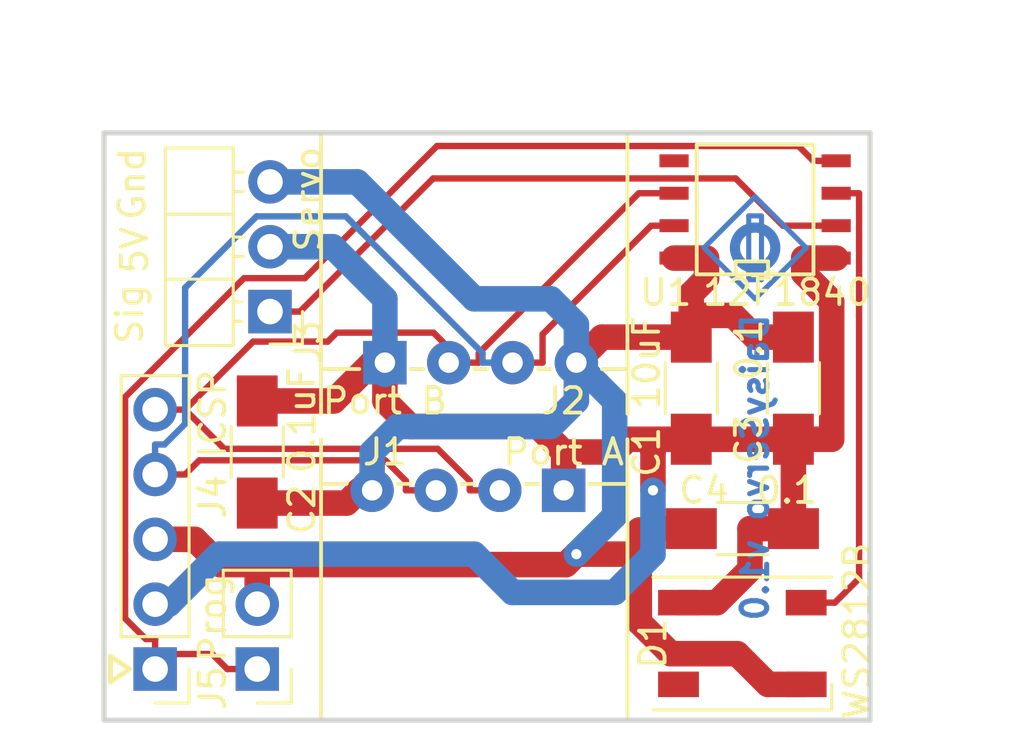
<source format=kicad_pcb>
(kicad_pcb (version 4) (host pcbnew 4.0.7)

  (general
    (links 29)
    (no_connects 0)
    (area 109.724999 81.300001 153.85 110.225001)
    (thickness 1.6)
    (drawings 22)
    (tracks 143)
    (zones 0)
    (modules 11)
    (nets 10)
  )

  (page A4)
  (layers
    (0 F.Cu signal)
    (31 B.Cu signal)
    (32 B.Adhes user hide)
    (33 F.Adhes user hide)
    (34 B.Paste user hide)
    (35 F.Paste user hide)
    (36 B.SilkS user)
    (37 F.SilkS user)
    (38 B.Mask user)
    (39 F.Mask user)
    (40 Dwgs.User user)
    (41 Cmts.User user hide)
    (42 Eco1.User user hide)
    (43 Eco2.User user hide)
    (44 Edge.Cuts user)
    (45 Margin user hide)
    (46 B.CrtYd user hide)
    (47 F.CrtYd user hide)
    (48 B.Fab user hide)
    (49 F.Fab user hide)
  )

  (setup
    (last_trace_width 0.25)
    (trace_clearance 0.2)
    (zone_clearance 0.508)
    (zone_45_only no)
    (trace_min 0.2)
    (segment_width 0.2)
    (edge_width 0.2)
    (via_size 0.6)
    (via_drill 0.4)
    (via_min_size 0.4)
    (via_min_drill 0.3)
    (uvia_size 0.3)
    (uvia_drill 0.1)
    (uvias_allowed no)
    (uvia_min_size 0.2)
    (uvia_min_drill 0.1)
    (pcb_text_width 0.3)
    (pcb_text_size 1.5 1.5)
    (mod_edge_width 0.15)
    (mod_text_size 1 1)
    (mod_text_width 0.15)
    (pad_size 1.524 1.524)
    (pad_drill 0.762)
    (pad_to_mask_clearance 0.2)
    (aux_axis_origin 0 0)
    (visible_elements 7FFFFFFB)
    (pcbplotparams
      (layerselection 0x010f0_80000001)
      (usegerberextensions true)
      (excludeedgelayer true)
      (linewidth 0.100000)
      (plotframeref false)
      (viasonmask false)
      (mode 1)
      (useauxorigin false)
      (hpglpennumber 1)
      (hpglpenspeed 20)
      (hpglpendiameter 15)
      (hpglpenoverlay 2)
      (psnegative false)
      (psa4output false)
      (plotreference true)
      (plotvalue true)
      (plotinvisibletext false)
      (padsonsilk false)
      (subtractmaskfromsilk false)
      (outputformat 1)
      (mirror false)
      (drillshape 0)
      (scaleselection 1)
      (outputdirectory gerber/))
  )

  (net 0 "")
  (net 1 +5V)
  (net 2 GND)
  (net 3 "Net-(D1-Pad2)")
  (net 4 "Net-(D1-Pad4)")
  (net 5 "Net-(J1-Pad2)")
  (net 6 "Net-(J1-Pad3)")
  (net 7 "Net-(J3-Pad1)")
  (net 8 "Net-(J4-Pad1)")
  (net 9 "Net-(U1-Pad5)")

  (net_class Default "This is the default net class."
    (clearance 0.2)
    (trace_width 0.25)
    (via_dia 0.6)
    (via_drill 0.4)
    (uvia_dia 0.3)
    (uvia_drill 0.1)
    (add_net "Net-(D1-Pad2)")
    (add_net "Net-(D1-Pad4)")
    (add_net "Net-(J1-Pad2)")
    (add_net "Net-(J1-Pad3)")
    (add_net "Net-(J3-Pad1)")
    (add_net "Net-(J4-Pad1)")
    (add_net "Net-(U1-Pad5)")
  )

  (net_class Power ""
    (clearance 0.2)
    (trace_width 1)
    (via_dia 0.6)
    (via_drill 0.4)
    (uvia_dia 0.3)
    (uvia_drill 0.1)
    (add_net +5V)
    (add_net GND)
  )

  (module Capacitors_SMD:C_1206_HandSoldering (layer F.Cu) (tedit 5E4C08E0) (tstamp 5E4AABFA)
    (at 137 96 90)
    (descr "Capacitor SMD 1206, hand soldering")
    (tags "capacitor 1206")
    (path /5E4AA241)
    (attr smd)
    (fp_text reference C1 (at -2.5 -1.75 90) (layer F.SilkS)
      (effects (font (size 1 1) (thickness 0.15)))
    )
    (fp_text value 10uF (at 1 -1.75 90) (layer F.SilkS)
      (effects (font (size 1 1) (thickness 0.15)))
    )
    (fp_line (start -1.6 0.8) (end -1.6 -0.8) (layer F.Fab) (width 0.1))
    (fp_line (start 1.6 0.8) (end -1.6 0.8) (layer F.Fab) (width 0.1))
    (fp_line (start 1.6 -0.8) (end 1.6 0.8) (layer F.Fab) (width 0.1))
    (fp_line (start -1.6 -0.8) (end 1.6 -0.8) (layer F.Fab) (width 0.1))
    (fp_line (start 1 -1.02) (end -1 -1.02) (layer F.SilkS) (width 0.12))
    (fp_line (start -1 1.02) (end 1 1.02) (layer F.SilkS) (width 0.12))
    (fp_line (start -3.25 -1.05) (end 3.25 -1.05) (layer F.CrtYd) (width 0.05))
    (fp_line (start -3.25 -1.05) (end -3.25 1.05) (layer F.CrtYd) (width 0.05))
    (fp_line (start 3.25 1.05) (end 3.25 -1.05) (layer F.CrtYd) (width 0.05))
    (fp_line (start 3.25 1.05) (end -3.25 1.05) (layer F.CrtYd) (width 0.05))
    (pad 1 smd rect (at -2 0 90) (size 2 1.6) (layers F.Cu F.Paste F.Mask)
      (net 1 +5V))
    (pad 2 smd rect (at 2 0 90) (size 2 1.6) (layers F.Cu F.Paste F.Mask)
      (net 2 GND))
    (model Capacitors_SMD.3dshapes/C_1206.wrl
      (at (xyz 0 0 0))
      (scale (xyz 1 1 1))
      (rotate (xyz 0 0 0))
    )
  )

  (module Capacitors_SMD:C_1206_HandSoldering (layer F.Cu) (tedit 5E4C06A7) (tstamp 5E4AAC00)
    (at 120 98.5 270)
    (descr "Capacitor SMD 1206, hand soldering")
    (tags "capacitor 1206")
    (path /5E4AA1B8)
    (attr smd)
    (fp_text reference C2 (at 2.25 -1.75 270) (layer F.SilkS)
      (effects (font (size 1 1) (thickness 0.15)))
    )
    (fp_text value 0.1uF (at -1.25 -1.75 270) (layer F.SilkS)
      (effects (font (size 1 1) (thickness 0.15)))
    )
    (fp_line (start -1.6 0.8) (end -1.6 -0.8) (layer F.Fab) (width 0.1))
    (fp_line (start 1.6 0.8) (end -1.6 0.8) (layer F.Fab) (width 0.1))
    (fp_line (start 1.6 -0.8) (end 1.6 0.8) (layer F.Fab) (width 0.1))
    (fp_line (start -1.6 -0.8) (end 1.6 -0.8) (layer F.Fab) (width 0.1))
    (fp_line (start 1 -1.02) (end -1 -1.02) (layer F.SilkS) (width 0.12))
    (fp_line (start -1 1.02) (end 1 1.02) (layer F.SilkS) (width 0.12))
    (fp_line (start -3.25 -1.05) (end 3.25 -1.05) (layer F.CrtYd) (width 0.05))
    (fp_line (start -3.25 -1.05) (end -3.25 1.05) (layer F.CrtYd) (width 0.05))
    (fp_line (start 3.25 1.05) (end 3.25 -1.05) (layer F.CrtYd) (width 0.05))
    (fp_line (start 3.25 1.05) (end -3.25 1.05) (layer F.CrtYd) (width 0.05))
    (pad 1 smd rect (at -2 0 270) (size 2 1.6) (layers F.Cu F.Paste F.Mask)
      (net 1 +5V))
    (pad 2 smd rect (at 2 0 270) (size 2 1.6) (layers F.Cu F.Paste F.Mask)
      (net 2 GND))
    (model Capacitors_SMD.3dshapes/C_1206.wrl
      (at (xyz 0 0 0))
      (scale (xyz 1 1 1))
      (rotate (xyz 0 0 0))
    )
  )

  (module Capacitors_SMD:C_1206_HandSoldering (layer F.Cu) (tedit 5E4C0904) (tstamp 5E4AAC06)
    (at 141 96 90)
    (descr "Capacitor SMD 1206, hand soldering")
    (tags "capacitor 1206")
    (path /5E4AA1F3)
    (attr smd)
    (fp_text reference C3 (at -2 -1.75 90) (layer F.SilkS)
      (effects (font (size 1 1) (thickness 0.15)))
    )
    (fp_text value 0.1 (at 1.5 -1.75 90) (layer F.SilkS)
      (effects (font (size 1 1) (thickness 0.15)))
    )
    (fp_line (start -1.6 0.8) (end -1.6 -0.8) (layer F.Fab) (width 0.1))
    (fp_line (start 1.6 0.8) (end -1.6 0.8) (layer F.Fab) (width 0.1))
    (fp_line (start 1.6 -0.8) (end 1.6 0.8) (layer F.Fab) (width 0.1))
    (fp_line (start -1.6 -0.8) (end 1.6 -0.8) (layer F.Fab) (width 0.1))
    (fp_line (start 1 -1.02) (end -1 -1.02) (layer F.SilkS) (width 0.12))
    (fp_line (start -1 1.02) (end 1 1.02) (layer F.SilkS) (width 0.12))
    (fp_line (start -3.25 -1.05) (end 3.25 -1.05) (layer F.CrtYd) (width 0.05))
    (fp_line (start -3.25 -1.05) (end -3.25 1.05) (layer F.CrtYd) (width 0.05))
    (fp_line (start 3.25 1.05) (end 3.25 -1.05) (layer F.CrtYd) (width 0.05))
    (fp_line (start 3.25 1.05) (end -3.25 1.05) (layer F.CrtYd) (width 0.05))
    (pad 1 smd rect (at -2 0 90) (size 2 1.6) (layers F.Cu F.Paste F.Mask)
      (net 1 +5V))
    (pad 2 smd rect (at 2 0 90) (size 2 1.6) (layers F.Cu F.Paste F.Mask)
      (net 2 GND))
    (model Capacitors_SMD.3dshapes/C_1206.wrl
      (at (xyz 0 0 0))
      (scale (xyz 1 1 1))
      (rotate (xyz 0 0 0))
    )
  )

  (module Capacitors_SMD:C_1206_HandSoldering (layer F.Cu) (tedit 5E4C093E) (tstamp 5E4AAC0C)
    (at 139 101.5 180)
    (descr "Capacitor SMD 1206, hand soldering")
    (tags "capacitor 1206")
    (path /5E4AA218)
    (attr smd)
    (fp_text reference C4 (at 1.5 1.5 180) (layer F.SilkS)
      (effects (font (size 1 1) (thickness 0.15)))
    )
    (fp_text value 0.1 (at -1.75 1.5 180) (layer F.SilkS)
      (effects (font (size 1 1) (thickness 0.15)))
    )
    (fp_line (start -1.6 0.8) (end -1.6 -0.8) (layer F.Fab) (width 0.1))
    (fp_line (start 1.6 0.8) (end -1.6 0.8) (layer F.Fab) (width 0.1))
    (fp_line (start 1.6 -0.8) (end 1.6 0.8) (layer F.Fab) (width 0.1))
    (fp_line (start -1.6 -0.8) (end 1.6 -0.8) (layer F.Fab) (width 0.1))
    (fp_line (start 1 -1.02) (end -1 -1.02) (layer F.SilkS) (width 0.12))
    (fp_line (start -1 1.02) (end 1 1.02) (layer F.SilkS) (width 0.12))
    (fp_line (start -3.25 -1.05) (end 3.25 -1.05) (layer F.CrtYd) (width 0.05))
    (fp_line (start -3.25 -1.05) (end -3.25 1.05) (layer F.CrtYd) (width 0.05))
    (fp_line (start 3.25 1.05) (end 3.25 -1.05) (layer F.CrtYd) (width 0.05))
    (fp_line (start 3.25 1.05) (end -3.25 1.05) (layer F.CrtYd) (width 0.05))
    (pad 1 smd rect (at -2 0 180) (size 2 1.6) (layers F.Cu F.Paste F.Mask)
      (net 1 +5V))
    (pad 2 smd rect (at 2 0 180) (size 2 1.6) (layers F.Cu F.Paste F.Mask)
      (net 2 GND))
    (model Capacitors_SMD.3dshapes/C_1206.wrl
      (at (xyz 0 0 0))
      (scale (xyz 1 1 1))
      (rotate (xyz 0 0 0))
    )
  )

  (module Pin_Headers:Pin_Header_Angled_1x03_Pitch2.54mm (layer F.Cu) (tedit 5E4D1C2C) (tstamp 5E4AAC2B)
    (at 120.5 93 180)
    (descr "Through hole angled pin header, 1x03, 2.54mm pitch, 6mm pin length, single row")
    (tags "Through hole angled pin header THT 1x03 2.54mm single row")
    (path /5E4AC530)
    (fp_text reference J3 (at -1.5 -1.2 270) (layer F.SilkS)
      (effects (font (size 1 1) (thickness 0.15)))
    )
    (fp_text value Servo (at -1.5 4.4 270) (layer F.SilkS)
      (effects (font (size 1 1) (thickness 0.15)))
    )
    (fp_line (start 1.44 -1.33) (end 1.44 6.41) (layer F.SilkS) (width 0.12))
    (fp_line (start 1.44 6.41) (end 4.1 6.41) (layer F.SilkS) (width 0.12))
    (fp_line (start 4.1 6.41) (end 4.1 -1.33) (layer F.SilkS) (width 0.12))
    (fp_line (start 4.1 -1.33) (end 1.44 -1.33) (layer F.SilkS) (width 0.12))
    (fp_line (start 1.11 -0.38) (end 1.44 -0.38) (layer F.SilkS) (width 0.12))
    (fp_line (start 1.11 0.38) (end 1.44 0.38) (layer F.SilkS) (width 0.12))
    (fp_line (start 1.44 1.27) (end 4.1 1.27) (layer F.SilkS) (width 0.12))
    (fp_line (start 1.042929 2.16) (end 1.44 2.16) (layer F.SilkS) (width 0.12))
    (fp_line (start 1.042929 2.92) (end 1.44 2.92) (layer F.SilkS) (width 0.12))
    (fp_line (start 1.44 3.81) (end 4.1 3.81) (layer F.SilkS) (width 0.12))
    (fp_line (start 1.042929 4.7) (end 1.44 4.7) (layer F.SilkS) (width 0.12))
    (fp_line (start 1.042929 5.46) (end 1.44 5.46) (layer F.SilkS) (width 0.12))
    (fp_line (start -1.27 0) (end -1.27 -1.27) (layer F.SilkS) (width 0.12))
    (fp_line (start -1.27 -1.27) (end 0 -1.27) (layer F.SilkS) (width 0.12))
    (fp_line (start -1.8 -1.8) (end -1.8 6.85) (layer F.CrtYd) (width 0.05))
    (fp_line (start -1.8 6.85) (end 10.55 6.85) (layer F.CrtYd) (width 0.05))
    (fp_line (start 10.55 6.85) (end 10.55 -1.8) (layer F.CrtYd) (width 0.05))
    (fp_line (start 10.55 -1.8) (end -1.8 -1.8) (layer F.CrtYd) (width 0.05))
    (pad 1 thru_hole rect (at 0 0 180) (size 1.7 1.7) (drill 1) (layers *.Cu *.Mask)
      (net 7 "Net-(J3-Pad1)"))
    (pad 2 thru_hole oval (at 0 2.54 180) (size 1.7 1.7) (drill 1) (layers *.Cu *.Mask)
      (net 1 +5V))
    (pad 3 thru_hole oval (at 0 5.08 180) (size 1.7 1.7) (drill 1) (layers *.Cu *.Mask)
      (net 2 GND))
    (model ${KISYS3DMOD}/Pin_Headers.3dshapes/Pin_Header_Angled_1x03_Pitch2.54mm.wrl
      (at (xyz 0 0 0))
      (scale (xyz 1 1 1))
      (rotate (xyz 0 0 0))
    )
  )

  (module Pin_Headers:Pin_Header_Straight_1x05_Pitch2.54mm (layer F.Cu) (tedit 5E4C0785) (tstamp 5E4AAC34)
    (at 116 107 180)
    (descr "Through hole straight pin header, 1x05, 2.54mm pitch, single row")
    (tags "Through hole pin header THT 1x05 2.54mm single row")
    (path /5E4A9884)
    (fp_text reference J4 (at -2.25 6.75 270) (layer F.SilkS)
      (effects (font (size 1 1) (thickness 0.15)))
    )
    (fp_text value ICSP (at -2.25 10 270) (layer F.SilkS)
      (effects (font (size 1 1) (thickness 0.15)))
    )
    (fp_line (start -0.635 -1.27) (end 1.27 -1.27) (layer F.Fab) (width 0.1))
    (fp_line (start 1.27 -1.27) (end 1.27 11.43) (layer F.Fab) (width 0.1))
    (fp_line (start 1.27 11.43) (end -1.27 11.43) (layer F.Fab) (width 0.1))
    (fp_line (start -1.27 11.43) (end -1.27 -0.635) (layer F.Fab) (width 0.1))
    (fp_line (start -1.27 -0.635) (end -0.635 -1.27) (layer F.Fab) (width 0.1))
    (fp_line (start -1.33 11.49) (end 1.33 11.49) (layer F.SilkS) (width 0.12))
    (fp_line (start -1.33 1.27) (end -1.33 11.49) (layer F.SilkS) (width 0.12))
    (fp_line (start 1.33 1.27) (end 1.33 11.49) (layer F.SilkS) (width 0.12))
    (fp_line (start -1.33 1.27) (end 1.33 1.27) (layer F.SilkS) (width 0.12))
    (fp_line (start -1.33 0) (end -1.33 -1.33) (layer F.SilkS) (width 0.12))
    (fp_line (start -1.33 -1.33) (end 0 -1.33) (layer F.SilkS) (width 0.12))
    (fp_line (start -1.8 -1.8) (end -1.8 11.95) (layer F.CrtYd) (width 0.05))
    (fp_line (start -1.8 11.95) (end 1.8 11.95) (layer F.CrtYd) (width 0.05))
    (fp_line (start 1.8 11.95) (end 1.8 -1.8) (layer F.CrtYd) (width 0.05))
    (fp_line (start 1.8 -1.8) (end -1.8 -1.8) (layer F.CrtYd) (width 0.05))
    (fp_text user %R (at -2.25 6.75 270) (layer F.SilkS)
      (effects (font (size 1 1) (thickness 0.15)))
    )
    (pad 1 thru_hole rect (at 0 0 180) (size 1.7 1.7) (drill 1) (layers *.Cu *.Mask)
      (net 8 "Net-(J4-Pad1)"))
    (pad 2 thru_hole oval (at 0 2.54 180) (size 1.7 1.7) (drill 1) (layers *.Cu *.Mask)
      (net 1 +5V))
    (pad 3 thru_hole oval (at 0 5.08 180) (size 1.7 1.7) (drill 1) (layers *.Cu *.Mask)
      (net 2 GND))
    (pad 4 thru_hole oval (at 0 7.62 180) (size 1.7 1.7) (drill 1) (layers *.Cu *.Mask)
      (net 6 "Net-(J1-Pad3)"))
    (pad 5 thru_hole oval (at 0 10.16 180) (size 1.7 1.7) (drill 1) (layers *.Cu *.Mask)
      (net 5 "Net-(J1-Pad2)"))
    (model ${KISYS3DMOD}/Pin_Headers.3dshapes/Pin_Header_Straight_1x05_Pitch2.54mm.wrl
      (at (xyz 0 0 0))
      (scale (xyz 1 1 1))
      (rotate (xyz 0 0 0))
    )
  )

  (module Pin_Headers:Pin_Header_Straight_1x02_Pitch2.54mm (layer F.Cu) (tedit 5E4C07B0) (tstamp 5E4AAC3A)
    (at 120 107 180)
    (descr "Through hole straight pin header, 1x02, 2.54mm pitch, single row")
    (tags "Through hole pin header THT 1x02 2.54mm single row")
    (path /5E4AA66C)
    (fp_text reference J5 (at 1.75 -0.75 270) (layer F.SilkS)
      (effects (font (size 1 1) (thickness 0.15)))
    )
    (fp_text value Prog (at 1.75 2 270) (layer F.SilkS)
      (effects (font (size 1 1) (thickness 0.15)))
    )
    (fp_line (start -0.635 -1.27) (end 1.27 -1.27) (layer F.Fab) (width 0.1))
    (fp_line (start 1.27 -1.27) (end 1.27 3.81) (layer F.Fab) (width 0.1))
    (fp_line (start 1.27 3.81) (end -1.27 3.81) (layer F.Fab) (width 0.1))
    (fp_line (start -1.27 3.81) (end -1.27 -0.635) (layer F.Fab) (width 0.1))
    (fp_line (start -1.27 -0.635) (end -0.635 -1.27) (layer F.Fab) (width 0.1))
    (fp_line (start -1.33 3.87) (end 1.33 3.87) (layer F.SilkS) (width 0.12))
    (fp_line (start -1.33 1.27) (end -1.33 3.87) (layer F.SilkS) (width 0.12))
    (fp_line (start 1.33 1.27) (end 1.33 3.87) (layer F.SilkS) (width 0.12))
    (fp_line (start -1.33 1.27) (end 1.33 1.27) (layer F.SilkS) (width 0.12))
    (fp_line (start -1.33 0) (end -1.33 -1.33) (layer F.SilkS) (width 0.12))
    (fp_line (start -1.33 -1.33) (end 0 -1.33) (layer F.SilkS) (width 0.12))
    (fp_line (start -1.8 -1.8) (end -1.8 4.35) (layer F.CrtYd) (width 0.05))
    (fp_line (start -1.8 4.35) (end 1.8 4.35) (layer F.CrtYd) (width 0.05))
    (fp_line (start 1.8 4.35) (end 1.8 -1.8) (layer F.CrtYd) (width 0.05))
    (fp_line (start 1.8 -1.8) (end -1.8 -1.8) (layer F.CrtYd) (width 0.05))
    (fp_text user %R (at 0 1.27 270) (layer F.Fab)
      (effects (font (size 1 1) (thickness 0.15)))
    )
    (pad 1 thru_hole rect (at 0 0 180) (size 1.7 1.7) (drill 1) (layers *.Cu *.Mask)
      (net 8 "Net-(J4-Pad1)"))
    (pad 2 thru_hole oval (at 0 2.54 180) (size 1.7 1.7) (drill 1) (layers *.Cu *.Mask)
      (net 2 GND))
    (model ${KISYS3DMOD}/Pin_Headers.3dshapes/Pin_Header_Straight_1x02_Pitch2.54mm.wrl
      (at (xyz 0 0 0))
      (scale (xyz 1 1 1))
      (rotate (xyz 0 0 0))
    )
  )

  (module SMD_Packages:SOIC-8-N (layer F.Cu) (tedit 5E4C0892) (tstamp 5E4AAC46)
    (at 139.5 89 90)
    (descr "Module Narrow CMS SOJ 8 pins large")
    (tags "CMS SOJ")
    (path /5E4A975E)
    (attr smd)
    (fp_text reference U1 (at -3.25 -3.5 180) (layer F.SilkS)
      (effects (font (size 1 1) (thickness 0.15)))
    )
    (fp_text value 12F1840 (at -3.25 1.25 180) (layer F.SilkS)
      (effects (font (size 1 1) (thickness 0.15)))
    )
    (fp_line (start -2.54 -2.286) (end 2.54 -2.286) (layer F.SilkS) (width 0.15))
    (fp_line (start 2.54 -2.286) (end 2.54 2.286) (layer F.SilkS) (width 0.15))
    (fp_line (start 2.54 2.286) (end -2.54 2.286) (layer F.SilkS) (width 0.15))
    (fp_line (start -2.54 2.286) (end -2.54 -2.286) (layer F.SilkS) (width 0.15))
    (fp_line (start -2.54 -0.762) (end -2.032 -0.762) (layer F.SilkS) (width 0.15))
    (fp_line (start -2.032 -0.762) (end -2.032 0.508) (layer F.SilkS) (width 0.15))
    (fp_line (start -2.032 0.508) (end -2.54 0.508) (layer F.SilkS) (width 0.15))
    (pad 8 smd rect (at -1.905 -3.175 90) (size 0.508 1.143) (layers F.Cu F.Paste F.Mask)
      (net 2 GND))
    (pad 7 smd rect (at -0.635 -3.175 90) (size 0.508 1.143) (layers F.Cu F.Paste F.Mask)
      (net 6 "Net-(J1-Pad3)"))
    (pad 6 smd rect (at 0.635 -3.175 90) (size 0.508 1.143) (layers F.Cu F.Paste F.Mask)
      (net 5 "Net-(J1-Pad2)"))
    (pad 5 smd rect (at 1.905 -3.175 90) (size 0.508 1.143) (layers F.Cu F.Paste F.Mask)
      (net 9 "Net-(U1-Pad5)"))
    (pad 4 smd rect (at 1.905 3.175 90) (size 0.508 1.143) (layers F.Cu F.Paste F.Mask)
      (net 8 "Net-(J4-Pad1)"))
    (pad 3 smd rect (at 0.635 3.175 90) (size 0.508 1.143) (layers F.Cu F.Paste F.Mask)
      (net 4 "Net-(D1-Pad4)"))
    (pad 2 smd rect (at -0.635 3.175 90) (size 0.508 1.143) (layers F.Cu F.Paste F.Mask)
      (net 7 "Net-(J3-Pad1)"))
    (pad 1 smd rect (at -1.905 3.175 90) (size 0.508 1.143) (layers F.Cu F.Paste F.Mask)
      (net 1 +5V))
    (model SMD_Packages.3dshapes/SOIC-8-N.wrl
      (at (xyz 0 0 0))
      (scale (xyz 0.5 0.38 0.5))
      (rotate (xyz 0 0 0))
    )
  )

  (module MyMod:XH2.5_Angled_1x04 (layer F.Cu) (tedit 5E4BEFC5) (tstamp 5E4BF240)
    (at 132 100 270)
    (descr "Through hole angled pin header, 1x04, 2.54mm pitch, 6mm pin length, single row")
    (tags "Through hole angled pin header THT 1x04 2.54mm single row")
    (path /5E4A9807)
    (fp_text reference J1 (at -1.5 7 360) (layer F.SilkS)
      (effects (font (size 1 1) (thickness 0.15)))
    )
    (fp_text value "Port A" (at -1.5 0 360) (layer F.SilkS)
      (effects (font (size 1 1) (thickness 0.15)))
    )
    (fp_line (start -2.25 -2.75) (end -2.25 9.75) (layer F.CrtYd) (width 0.05))
    (fp_line (start -2.25 9.75) (end 10 9.75) (layer F.CrtYd) (width 0.05))
    (fp_line (start 10 9.75) (end 10 -2.75) (layer F.CrtYd) (width 0.05))
    (fp_line (start 10 -2.75) (end -2.25 -2.75) (layer F.CrtYd) (width 0.05))
    (fp_line (start -0.25 8.5) (end -0.25 9.5) (layer F.SilkS) (width 0.15))
    (fp_line (start -0.25 6) (end -0.25 6.5) (layer F.SilkS) (width 0.15))
    (fp_line (start -0.25 3.5) (end -0.25 4) (layer F.SilkS) (width 0.15))
    (fp_line (start -0.25 1) (end -0.25 1.5) (layer F.SilkS) (width 0.15))
    (fp_line (start -0.25 -2.5) (end -0.25 -1) (layer F.SilkS) (width 0.15))
    (fp_line (start 9 9.5) (end -2 9.5) (layer F.SilkS) (width 0.15))
    (fp_line (start 9 -2.5) (end -2 -2.5) (layer F.SilkS) (width 0.15))
    (pad 1 thru_hole rect (at 0 0 270) (size 1.7 1.7) (drill 0.8) (layers *.Cu *.Mask)
      (net 1 +5V))
    (pad 2 thru_hole oval (at 0 2.5 270) (size 1.7 1.7) (drill 0.8) (layers *.Cu *.Mask)
      (net 5 "Net-(J1-Pad2)"))
    (pad 3 thru_hole oval (at 0 5 270) (size 1.7 1.7) (drill 0.8) (layers *.Cu *.Mask)
      (net 6 "Net-(J1-Pad3)"))
    (pad 4 thru_hole oval (at 0 7.5 270) (size 1.7 1.7) (drill 0.8) (layers *.Cu *.Mask)
      (net 2 GND))
    (model ${KISYS3DMOD}/Pin_Headers.3dshapes/Pin_Header_Angled_1x04_Pitch2.54mm.wrl
      (at (xyz 0 0 0))
      (scale (xyz 1 1 1))
      (rotate (xyz 0 0 0))
    )
  )

  (module MyMod:XH2.5_Angled_1x04 (layer F.Cu) (tedit 5E4BEFC5) (tstamp 5E4BF247)
    (at 125 95 90)
    (descr "Through hole angled pin header, 1x04, 2.54mm pitch, 6mm pin length, single row")
    (tags "Through hole angled pin header THT 1x04 2.54mm single row")
    (path /5E4A9832)
    (fp_text reference J2 (at -1.5 7 180) (layer F.SilkS)
      (effects (font (size 1 1) (thickness 0.15)))
    )
    (fp_text value "Port B" (at -1.5 0 180) (layer F.SilkS)
      (effects (font (size 1 1) (thickness 0.15)))
    )
    (fp_line (start -2.25 -2.75) (end -2.25 9.75) (layer F.CrtYd) (width 0.05))
    (fp_line (start -2.25 9.75) (end 10 9.75) (layer F.CrtYd) (width 0.05))
    (fp_line (start 10 9.75) (end 10 -2.75) (layer F.CrtYd) (width 0.05))
    (fp_line (start 10 -2.75) (end -2.25 -2.75) (layer F.CrtYd) (width 0.05))
    (fp_line (start -0.25 8.5) (end -0.25 9.5) (layer F.SilkS) (width 0.15))
    (fp_line (start -0.25 6) (end -0.25 6.5) (layer F.SilkS) (width 0.15))
    (fp_line (start -0.25 3.5) (end -0.25 4) (layer F.SilkS) (width 0.15))
    (fp_line (start -0.25 1) (end -0.25 1.5) (layer F.SilkS) (width 0.15))
    (fp_line (start -0.25 -2.5) (end -0.25 -1) (layer F.SilkS) (width 0.15))
    (fp_line (start 9 9.5) (end -2 9.5) (layer F.SilkS) (width 0.15))
    (fp_line (start 9 -2.5) (end -2 -2.5) (layer F.SilkS) (width 0.15))
    (pad 1 thru_hole rect (at 0 0 90) (size 1.7 1.7) (drill 0.8) (layers *.Cu *.Mask)
      (net 1 +5V))
    (pad 2 thru_hole oval (at 0 2.5 90) (size 1.7 1.7) (drill 0.8) (layers *.Cu *.Mask)
      (net 5 "Net-(J1-Pad2)"))
    (pad 3 thru_hole oval (at 0 5 90) (size 1.7 1.7) (drill 0.8) (layers *.Cu *.Mask)
      (net 6 "Net-(J1-Pad3)"))
    (pad 4 thru_hole oval (at 0 7.5 90) (size 1.7 1.7) (drill 0.8) (layers *.Cu *.Mask)
      (net 2 GND))
    (model ${KISYS3DMOD}/Pin_Headers.3dshapes/Pin_Header_Angled_1x04_Pitch2.54mm.wrl
      (at (xyz 0 0 0))
      (scale (xyz 1 1 1))
      (rotate (xyz 0 0 0))
    )
  )

  (module LEDs:LED_WS2812B-PLCC4 (layer F.Cu) (tedit 5E4C0825) (tstamp 5E4BFBAC)
    (at 139 106)
    (descr http://www.world-semi.com/uploads/soft/150522/1-150522091P5.pdf)
    (tags "LED NeoPixel")
    (path /5E4AA0AB)
    (attr smd)
    (fp_text reference D1 (at -3.5 0 90) (layer F.SilkS)
      (effects (font (size 1 1) (thickness 0.15)))
    )
    (fp_text value WS2812B (at 4.5 -0.5 90) (layer F.SilkS)
      (effects (font (size 1 1) (thickness 0.15)))
    )
    (fp_line (start 3.75 -2.85) (end -3.75 -2.85) (layer F.CrtYd) (width 0.05))
    (fp_line (start 3.75 2.85) (end 3.75 -2.85) (layer F.CrtYd) (width 0.05))
    (fp_line (start -3.75 2.85) (end 3.75 2.85) (layer F.CrtYd) (width 0.05))
    (fp_line (start -3.75 -2.85) (end -3.75 2.85) (layer F.CrtYd) (width 0.05))
    (fp_line (start 2.5 1.5) (end 1.5 2.5) (layer F.Fab) (width 0.1))
    (fp_line (start -2.5 -2.5) (end -2.5 2.5) (layer F.Fab) (width 0.1))
    (fp_line (start -2.5 2.5) (end 2.5 2.5) (layer F.Fab) (width 0.1))
    (fp_line (start 2.5 2.5) (end 2.5 -2.5) (layer F.Fab) (width 0.1))
    (fp_line (start 2.5 -2.5) (end -2.5 -2.5) (layer F.Fab) (width 0.1))
    (fp_line (start -3.5 -2.6) (end 3.5 -2.6) (layer F.SilkS) (width 0.12))
    (fp_line (start -3.5 2.6) (end 3.5 2.6) (layer F.SilkS) (width 0.12))
    (fp_line (start 3.5 2.6) (end 3.5 1.6) (layer F.SilkS) (width 0.12))
    (fp_circle (center 0 0) (end 0 -2) (layer F.Fab) (width 0.1))
    (pad 3 smd rect (at 2.5 1.6) (size 1.6 1) (layers F.Cu F.Paste F.Mask)
      (net 2 GND))
    (pad 4 smd rect (at 2.5 -1.6) (size 1.6 1) (layers F.Cu F.Paste F.Mask)
      (net 4 "Net-(D1-Pad4)"))
    (pad 2 smd rect (at -2.5 1.6) (size 1.6 1) (layers F.Cu F.Paste F.Mask)
      (net 3 "Net-(D1-Pad2)"))
    (pad 1 smd rect (at -2.5 -1.6) (size 1.6 1) (layers F.Cu F.Paste F.Mask)
      (net 1 +5V))
    (model ${KISYS3DMOD}/LEDs.3dshapes/LED_WS2812B-PLCC4.wrl
      (at (xyz 0 0 0))
      (scale (xyz 0.39 0.39 0.39))
      (rotate (xyz 0 0 180))
    )
  )

  (gr_text "DaisyServo v1.0" (at 139.5 93 90) (layer B.Mask)
    (effects (font (size 1 1) (thickness 0.2)) (justify left mirror))
  )
  (gr_line (start 141.5 90.5) (end 139.5 88.5) (angle 90) (layer B.Mask) (width 0.2))
  (gr_line (start 139.5 92.5) (end 141.5 90.5) (angle 90) (layer B.Mask) (width 0.2))
  (gr_line (start 137.5 90.5) (end 139.5 92.5) (angle 90) (layer B.Mask) (width 0.2))
  (gr_line (start 139.5 88.5) (end 137.5 90.5) (angle 90) (layer B.Mask) (width 0.2))
  (gr_line (start 139.75 89.25) (end 139.25 89.25) (angle 90) (layer B.Mask) (width 0.2))
  (gr_line (start 139.75 91.75) (end 139.75 89.25) (angle 90) (layer B.Mask) (width 0.2))
  (gr_line (start 139.25 91.75) (end 139.75 91.75) (angle 90) (layer B.Mask) (width 0.2))
  (gr_line (start 139.25 89.25) (end 139.25 91.75) (angle 90) (layer B.Mask) (width 0.2))
  (gr_circle (center 139.5 90.5) (end 139.75 89.75) (layer B.Mask) (width 0.4))
  (gr_text "DaisyServo v1.0" (at 139.5 93 90) (layer B.Cu)
    (effects (font (size 1 1) (thickness 0.2)) (justify left mirror))
  )
  (gr_line (start 141.5 90.5) (end 139.5 88.5) (angle 90) (layer B.Cu) (width 0.2))
  (gr_line (start 139.5 92.5) (end 141.5 90.5) (angle 90) (layer B.Cu) (width 0.2))
  (gr_line (start 137.5 90.5) (end 139.5 92.5) (angle 90) (layer B.Cu) (width 0.2))
  (gr_line (start 139.5 88.5) (end 137.5 90.5) (angle 90) (layer B.Cu) (width 0.2))
  (gr_line (start 139.75 89.25) (end 139.25 89.25) (angle 90) (layer B.Cu) (width 0.2))
  (gr_line (start 139.75 91.75) (end 139.75 89.25) (angle 90) (layer B.Cu) (width 0.2))
  (gr_line (start 139.25 91.75) (end 139.75 91.75) (angle 90) (layer B.Cu) (width 0.2))
  (gr_line (start 139.25 89.25) (end 139.25 91.75) (angle 90) (layer B.Cu) (width 0.2))
  (gr_circle (center 139.5 90.5) (end 139.75 89.75) (layer B.Cu) (width 0.4))
  (gr_line (start 115 107) (end 114.25 107.5) (angle 90) (layer F.SilkS) (width 0.2))
  (gr_text Gnd (at 115.1 88 90) (layer F.SilkS)
    (effects (font (size 1 1) (thickness 0.15)))
  )
  (gr_text 5V (at 115.2 90.6 90) (layer F.SilkS)
    (effects (font (size 1 1) (thickness 0.15)))
  )
  (gr_text Sig (at 115 93.1 90) (layer F.SilkS)
    (effects (font (size 1 1) (thickness 0.15)))
  )
  (gr_line (start 114.25 106.5) (end 114.25 107.5) (angle 90) (layer F.SilkS) (width 0.2))
  (gr_line (start 115 107) (end 114.25 106.5) (angle 90) (layer F.SilkS) (width 0.2))
  (dimension 30 (width 0.3) (layer Dwgs.User)
    (gr_text "30.000 mm" (at 129 82.650001) (layer Dwgs.User)
      (effects (font (size 1.5 1.5) (thickness 0.3)))
    )
    (feature1 (pts (xy 114 86) (xy 114 81.300001)))
    (feature2 (pts (xy 144 86) (xy 144 81.300001)))
    (crossbar (pts (xy 144 84.000001) (xy 114 84.000001)))
    (arrow1a (pts (xy 114 84.000001) (xy 115.126504 83.41358)))
    (arrow1b (pts (xy 114 84.000001) (xy 115.126504 84.586422)))
    (arrow2a (pts (xy 144 84.000001) (xy 142.873496 83.41358)))
    (arrow2b (pts (xy 144 84.000001) (xy 142.873496 84.586422)))
  )
  (gr_line (start 114 86) (end 114 109) (angle 90) (layer Edge.Cuts) (width 0.2))
  (gr_line (start 144 86) (end 144 109) (angle 90) (layer Edge.Cuts) (width 0.2))
  (dimension 23 (width 0.3) (layer Dwgs.User)
    (gr_text "23.000 mm" (at 147.35 97.5 270) (layer Dwgs.User) (tstamp 5E4BFF2E)
      (effects (font (size 1.5 1.5) (thickness 0.3)))
    )
    (feature1 (pts (xy 144 109) (xy 148.7 109)))
    (feature2 (pts (xy 144 86) (xy 148.7 86)))
    (crossbar (pts (xy 146 86) (xy 146 109)))
    (arrow1a (pts (xy 146 109) (xy 145.413579 107.873496)))
    (arrow1b (pts (xy 146 109) (xy 146.586421 107.873496)))
    (arrow2a (pts (xy 146 86) (xy 145.413579 87.126504)))
    (arrow2b (pts (xy 146 86) (xy 146.586421 87.126504)))
  )
  (gr_line (start 114 109) (end 144 109) (angle 90) (layer Edge.Cuts) (width 0.2))
  (gr_line (start 114 86) (end 144 86) (angle 90) (layer Edge.Cuts) (width 0.2))

  (segment (start 116 104.46) (end 116.54 104.46) (width 1) (layer B.Cu) (net 1))
  (segment (start 116.54 104.46) (end 118.5 102.5) (width 1) (layer B.Cu) (net 1) (tstamp 5E4C05BD))
  (segment (start 118.5 102.5) (end 128.5 102.5) (width 1) (layer B.Cu) (net 1) (tstamp 5E4C05C3))
  (segment (start 128.5 102.5) (end 130 104) (width 1) (layer B.Cu) (net 1) (tstamp 5E4C05C7))
  (segment (start 130 104) (end 134 104) (width 1) (layer B.Cu) (net 1) (tstamp 5E4C05CA))
  (segment (start 134 104) (end 135.5 102.5) (width 1) (layer B.Cu) (net 1) (tstamp 5E4C05CD))
  (segment (start 135.5 102.5) (end 135.5 100) (width 1) (layer B.Cu) (net 1) (tstamp 5E4C05D5))
  (via (at 135.5 100) (size 0.6) (drill 0.4) (layers F.Cu B.Cu) (net 1))
  (segment (start 135.5 100) (end 135.5 98) (width 1) (layer F.Cu) (net 1) (tstamp 5E4C05DF))
  (segment (start 135.5 98) (end 135.5 98.5) (width 1) (layer F.Cu) (net 1) (tstamp 5E4C05E0))
  (segment (start 135.5 98.5) (end 135.5 98) (width 1) (layer F.Cu) (net 1) (tstamp 5E4C05E6))
  (segment (start 123 96.5) (end 120 96.5) (width 1) (layer F.Cu) (net 1))
  (segment (start 124.5 95) (end 123 96.5) (width 1) (layer F.Cu) (net 1))
  (segment (start 125 95) (end 124.5 95) (width 1) (layer F.Cu) (net 1))
  (segment (start 125 92.5) (end 125 95) (width 1) (layer B.Cu) (net 1))
  (segment (start 122.96 90.46) (end 125 92.5) (width 1) (layer B.Cu) (net 1))
  (segment (start 120.5 90.46) (end 122.96 90.46) (width 1) (layer B.Cu) (net 1))
  (segment (start 132 98.5) (end 132 100) (width 1) (layer F.Cu) (net 1))
  (segment (start 131 97.5) (end 132 98.5) (width 1) (layer F.Cu) (net 1))
  (segment (start 126 97.5) (end 131 97.5) (width 1) (layer F.Cu) (net 1))
  (segment (start 125 96.5) (end 126 97.5) (width 1) (layer F.Cu) (net 1))
  (segment (start 125 95) (end 125 96.5) (width 1) (layer F.Cu) (net 1))
  (segment (start 134.5 98) (end 135.5 98) (width 1) (layer F.Cu) (net 1))
  (segment (start 135.5 98) (end 137 98) (width 1) (layer F.Cu) (net 1) (tstamp 5E4C05E7))
  (segment (start 134 98.5) (end 134.5 98) (width 1) (layer F.Cu) (net 1))
  (segment (start 132 98.5) (end 134 98.5) (width 1) (layer F.Cu) (net 1))
  (segment (start 137 98) (end 141 98) (width 1) (layer F.Cu) (net 1))
  (segment (start 142.5003 92.5985) (end 142.5003 98) (width 1) (layer F.Cu) (net 1))
  (segment (start 141.4032 91.5014) (end 142.5003 92.5985) (width 1) (layer F.Cu) (net 1))
  (segment (start 141.4032 90.905) (end 141.4032 91.5014) (width 1) (layer F.Cu) (net 1))
  (segment (start 142.675 90.905) (end 141.4032 90.905) (width 1) (layer F.Cu) (net 1))
  (segment (start 141 98) (end 142.5003 98) (width 1) (layer F.Cu) (net 1))
  (segment (start 125 95.46) (end 125 95) (width 1) (layer B.Cu) (net 1))
  (segment (start 136.5 104.4) (end 138.0003 104.4) (width 1) (layer F.Cu) (net 1))
  (segment (start 141 101.5) (end 141 98) (width 1) (layer F.Cu) (net 1))
  (segment (start 139.2997 103.1006) (end 138.0003 104.4) (width 1) (layer F.Cu) (net 1))
  (segment (start 139.2997 101.5) (end 139.2997 103.1006) (width 1) (layer F.Cu) (net 1))
  (segment (start 141 101.5) (end 139.2997 101.5) (width 1) (layer F.Cu) (net 1))
  (segment (start 132.5 102.5) (end 134.9645 102.5) (width 1) (layer F.Cu) (net 2))
  (segment (start 134.9645 102.5) (end 134.75 102.5) (width 1) (layer F.Cu) (net 2) (tstamp 5E4C0AE6))
  (segment (start 134.75 102.5) (end 134.9645 102.5) (width 1) (layer F.Cu) (net 2) (tstamp 5E4C0AE8))
  (segment (start 132.5 95) (end 134 96.5) (width 1) (layer B.Cu) (net 2))
  (segment (start 132.0903 102.9097) (end 120 102.9097) (width 1) (layer F.Cu) (net 2) (tstamp 5E4C0536))
  (segment (start 132.5 102.5) (end 132.0903 102.9097) (width 1) (layer F.Cu) (net 2) (tstamp 5E4C0535))
  (via (at 132.5 102.5) (size 0.6) (drill 0.4) (layers F.Cu B.Cu) (net 2))
  (segment (start 134 101) (end 132.5 102.5) (width 1) (layer B.Cu) (net 2) (tstamp 5E4C052A))
  (segment (start 134 96.5) (end 134 101) (width 1) (layer B.Cu) (net 2) (tstamp 5E4C051E))
  (segment (start 132.5 93.5) (end 132.5 95) (width 1) (layer B.Cu) (net 2))
  (segment (start 131.5 92.5) (end 132.5 93.5) (width 1) (layer B.Cu) (net 2))
  (segment (start 128.5 92.5) (end 131.5 92.5) (width 1) (layer B.Cu) (net 2))
  (segment (start 123.92 87.92) (end 128.5 92.5) (width 1) (layer B.Cu) (net 2))
  (segment (start 120.5 87.92) (end 123.92 87.92) (width 1) (layer B.Cu) (net 2))
  (segment (start 132.5 96.5) (end 132.5 95) (width 1) (layer B.Cu) (net 2))
  (segment (start 131.5 97.5) (end 132.5 96.5) (width 1) (layer B.Cu) (net 2))
  (segment (start 125.5 97.5) (end 131.5 97.5) (width 1) (layer B.Cu) (net 2))
  (segment (start 124.5 98.5) (end 125.5 97.5) (width 1) (layer B.Cu) (net 2))
  (segment (start 124.5 100) (end 124.5 98.5) (width 1) (layer B.Cu) (net 2))
  (segment (start 133.5 94) (end 137 94) (width 1) (layer F.Cu) (net 2))
  (segment (start 132.5 95) (end 133.5 94) (width 1) (layer F.Cu) (net 2))
  (segment (start 137.5968 91.7029) (end 137 92.2997) (width 1) (layer F.Cu) (net 2))
  (segment (start 137.5968 90.905) (end 137.5968 91.7029) (width 1) (layer F.Cu) (net 2))
  (segment (start 136.325 90.905) (end 137.5968 90.905) (width 1) (layer F.Cu) (net 2))
  (segment (start 116 101.92) (end 117.2502 101.92) (width 1) (layer F.Cu) (net 2))
  (segment (start 117.5503 101.92) (end 118.54 102.9097) (width 1) (layer F.Cu) (net 2))
  (segment (start 118.54 102.9097) (end 120 102.9097) (width 1) (layer F.Cu) (net 2))
  (segment (start 117.2502 101.92) (end 117.5503 101.92) (width 1) (layer F.Cu) (net 2))
  (segment (start 120 104.46) (end 120 102.9097) (width 1) (layer F.Cu) (net 2))
  (segment (start 137 94) (end 137 93.1498) (width 1) (layer F.Cu) (net 2))
  (segment (start 137 93.1498) (end 137 92.2997) (width 1) (layer F.Cu) (net 2))
  (segment (start 138.6495 93.1498) (end 139.4997 94) (width 1) (layer F.Cu) (net 2))
  (segment (start 137 93.1498) (end 138.6495 93.1498) (width 1) (layer F.Cu) (net 2))
  (segment (start 141 94) (end 139.4997 94) (width 1) (layer F.Cu) (net 2))
  (segment (start 124 100) (end 123.585 100.415) (width 1) (layer F.Cu) (net 2))
  (segment (start 124.5 100) (end 124 100) (width 1) (layer F.Cu) (net 2))
  (segment (start 123.5 100.5) (end 120 100.5) (width 1) (layer F.Cu) (net 2))
  (segment (start 123.585 100.415) (end 123.5 100.5) (width 1) (layer F.Cu) (net 2))
  (segment (start 137 101.5) (end 135.2997 101.5) (width 1) (layer F.Cu) (net 2))
  (segment (start 134.9645 101.5562) (end 135.2435 101.5562) (width 1) (layer F.Cu) (net 2))
  (segment (start 135.2435 101.5562) (end 135.2997 101.5) (width 1) (layer F.Cu) (net 2))
  (segment (start 134.9645 102.5) (end 134.9645 101.5562) (width 1) (layer F.Cu) (net 2) (tstamp 5E4C0AE9))
  (segment (start 141.5 107.6) (end 139.9997 107.6) (width 1) (layer F.Cu) (net 2))
  (segment (start 139.9997 107.6) (end 138.7994 106.3997) (width 1) (layer F.Cu) (net 2))
  (segment (start 138.7994 106.3997) (end 136.1954 106.3997) (width 1) (layer F.Cu) (net 2))
  (segment (start 136.1954 106.3997) (end 134.9645 105.1688) (width 1) (layer F.Cu) (net 2))
  (segment (start 134.9645 105.1688) (end 134.9645 102.5) (width 1) (layer F.Cu) (net 2))
  (segment (start 143.5718 103.4535) (end 143.5718 88.365) (width 0.25) (layer F.Cu) (net 4))
  (segment (start 142.6253 104.4) (end 143.5718 103.4535) (width 0.25) (layer F.Cu) (net 4))
  (segment (start 141.5 104.4) (end 142.6253 104.4) (width 0.25) (layer F.Cu) (net 4))
  (segment (start 142.675 88.365) (end 143.5718 88.365) (width 0.25) (layer F.Cu) (net 4))
  (segment (start 134.943 88.365) (end 136.325 88.365) (width 0.25) (layer F.Cu) (net 5))
  (segment (start 128.6753 94.6327) (end 134.943 88.365) (width 0.25) (layer F.Cu) (net 5))
  (segment (start 128.6753 95) (end 128.6753 94.6327) (width 0.25) (layer F.Cu) (net 5))
  (segment (start 118.7096 98.3743) (end 117.1753 96.84) (width 0.25) (layer F.Cu) (net 5))
  (segment (start 127.0663 98.3743) (end 118.7096 98.3743) (width 0.25) (layer F.Cu) (net 5))
  (segment (start 128.3247 99.6327) (end 127.0663 98.3743) (width 0.25) (layer F.Cu) (net 5))
  (segment (start 128.3247 100) (end 128.3247 99.6327) (width 0.25) (layer F.Cu) (net 5))
  (segment (start 129.5 100) (end 128.3247 100) (width 0.25) (layer F.Cu) (net 5))
  (segment (start 116 96.84) (end 117.1753 96.84) (width 0.25) (layer F.Cu) (net 5))
  (segment (start 127.5 95) (end 128.0782 95) (width 0.25) (layer F.Cu) (net 5))
  (segment (start 128.0782 95) (end 128.6753 95) (width 0.25) (layer F.Cu) (net 5))
  (segment (start 119.8399 94.1754) (end 117.1753 96.84) (width 0.25) (layer F.Cu) (net 5))
  (segment (start 122.7625 94.1754) (end 119.8399 94.1754) (width 0.25) (layer F.Cu) (net 5))
  (segment (start 123.1133 93.8246) (end 122.7625 94.1754) (width 0.25) (layer F.Cu) (net 5))
  (segment (start 126.9028 93.8246) (end 123.1133 93.8246) (width 0.25) (layer F.Cu) (net 5))
  (segment (start 128.0782 95) (end 126.9028 93.8246) (width 0.25) (layer F.Cu) (net 5))
  (segment (start 131.1753 93.8879) (end 135.4282 89.635) (width 0.25) (layer F.Cu) (net 6))
  (segment (start 131.1753 95) (end 131.1753 93.8879) (width 0.25) (layer F.Cu) (net 6))
  (segment (start 130 95) (end 131.1753 95) (width 0.25) (layer F.Cu) (net 6))
  (segment (start 136.325 89.635) (end 135.4282 89.635) (width 0.25) (layer F.Cu) (net 6))
  (segment (start 116.3674 98.2047) (end 116 98.2047) (width 0.25) (layer B.Cu) (net 6))
  (segment (start 117.1753 97.3968) (end 116.3674 98.2047) (width 0.25) (layer B.Cu) (net 6))
  (segment (start 117.1753 92.0685) (end 117.1753 97.3968) (width 0.25) (layer B.Cu) (net 6))
  (segment (start 119.9742 89.2696) (end 117.1753 92.0685) (width 0.25) (layer B.Cu) (net 6))
  (segment (start 123.4695 89.2696) (end 119.9742 89.2696) (width 0.25) (layer B.Cu) (net 6))
  (segment (start 128.8247 94.6248) (end 123.4695 89.2696) (width 0.25) (layer B.Cu) (net 6))
  (segment (start 128.8247 95) (end 128.8247 94.6248) (width 0.25) (layer B.Cu) (net 6))
  (segment (start 130 95) (end 128.8247 95) (width 0.25) (layer B.Cu) (net 6))
  (segment (start 116 99.38) (end 116 98.2047) (width 0.25) (layer B.Cu) (net 6))
  (segment (start 125.8247 99.6326) (end 125.8247 100) (width 0.25) (layer F.Cu) (net 6))
  (segment (start 125.0168 98.8247) (end 125.8247 99.6326) (width 0.25) (layer F.Cu) (net 6))
  (segment (start 117.7306 98.8247) (end 125.0168 98.8247) (width 0.25) (layer F.Cu) (net 6))
  (segment (start 117.1753 99.38) (end 117.7306 98.8247) (width 0.25) (layer F.Cu) (net 6))
  (segment (start 116 99.38) (end 117.1753 99.38) (width 0.25) (layer F.Cu) (net 6))
  (segment (start 127 100) (end 125.8247 100) (width 0.25) (layer F.Cu) (net 6))
  (segment (start 120.5 93) (end 121.6753 93) (width 0.25) (layer F.Cu) (net 7))
  (segment (start 126.8898 87.7855) (end 121.6753 93) (width 0.25) (layer F.Cu) (net 7))
  (segment (start 138.7405 87.7855) (end 126.8898 87.7855) (width 0.25) (layer F.Cu) (net 7))
  (segment (start 140.59 89.635) (end 138.7405 87.7855) (width 0.25) (layer F.Cu) (net 7))
  (segment (start 142.675 89.635) (end 140.59 89.635) (width 0.25) (layer F.Cu) (net 7))
  (segment (start 115.6326 105.8247) (end 116 105.8247) (width 0.25) (layer F.Cu) (net 8))
  (segment (start 114.8247 105.0168) (end 115.6326 105.8247) (width 0.25) (layer F.Cu) (net 8))
  (segment (start 114.8247 96.3472) (end 114.8247 105.0168) (width 0.25) (layer F.Cu) (net 8))
  (segment (start 119.4801 91.6918) (end 114.8247 96.3472) (width 0.25) (layer F.Cu) (net 8))
  (segment (start 121.8639 91.6918) (end 119.4801 91.6918) (width 0.25) (layer F.Cu) (net 8))
  (segment (start 127.04 86.5157) (end 121.8639 91.6918) (width 0.25) (layer F.Cu) (net 8))
  (segment (start 141.1989 86.5157) (end 127.04 86.5157) (width 0.25) (layer F.Cu) (net 8))
  (segment (start 141.7782 87.095) (end 141.1989 86.5157) (width 0.25) (layer F.Cu) (net 8))
  (segment (start 142.675 87.095) (end 141.7782 87.095) (width 0.25) (layer F.Cu) (net 8))
  (segment (start 116 107) (end 116 106.4123) (width 0.25) (layer F.Cu) (net 8))
  (segment (start 116 106.4123) (end 116 105.8247) (width 0.25) (layer F.Cu) (net 8))
  (segment (start 118.237 106.4123) (end 118.8247 107) (width 0.25) (layer F.Cu) (net 8))
  (segment (start 116 106.4123) (end 118.237 106.4123) (width 0.25) (layer F.Cu) (net 8))
  (segment (start 120 107) (end 118.8247 107) (width 0.25) (layer F.Cu) (net 8))

)

</source>
